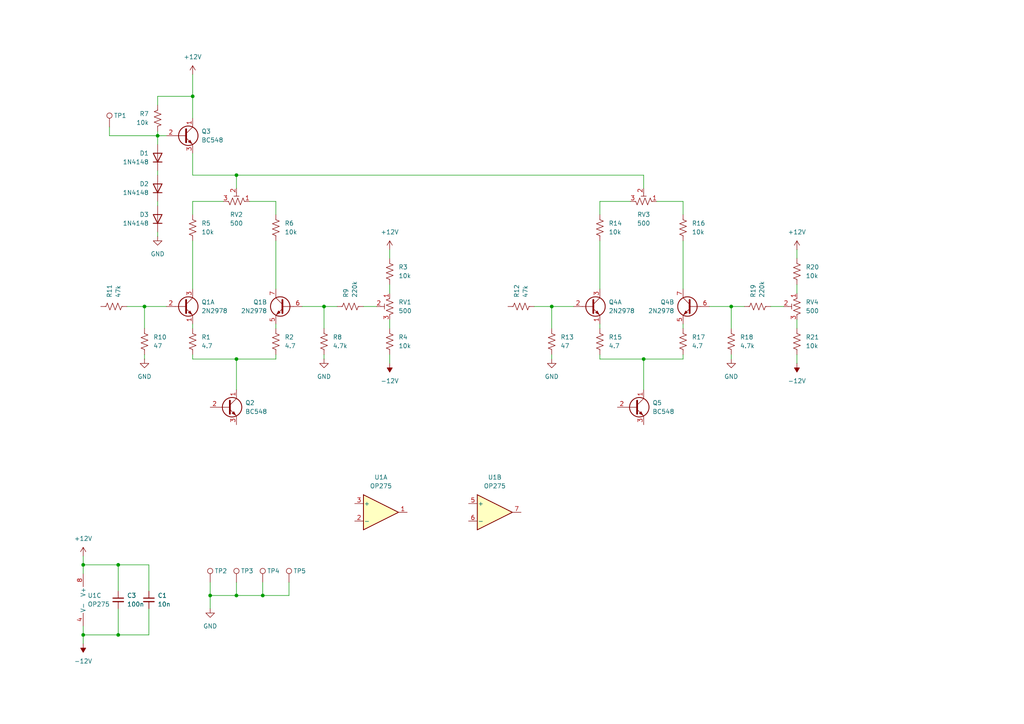
<source format=kicad_sch>
(kicad_sch (version 20250114) (generator "eeschema") (generator_version "9.0")
  (paper "A4")
  (title_block (title "Voltage-Controlled Filter") (rev "1") (company "QuBi"))
  (lib_symbols
    (symbol "Amplifier_Operational:OP275" (pin_names (offset 0.127))
      (property "Reference" "U" (at 0 5.08 0))
      (property "Value" "OP275" (at 0 -5.08 0))
      (symbol "OP275_1_1"
        (polyline (pts (xy -5.08 5.08) (xy 5.08 0) (xy -5.08 -5.08) (xy -5.08 5.08)) (stroke (width 0.254)) (fill (type background)))
        (pin input line (at -7.62 2.54 0) (length 2.54) (name "+") (number "3"))
        (pin input line (at -7.62 -2.54 0) (length 2.54) (name "-") (number "2"))
        (pin output line (at 7.62 0 180) (length 2.54) (name "~") (number "1"))
      )
      (symbol "OP275_2_1"
        (polyline (pts (xy -5.08 5.08) (xy 5.08 0) (xy -5.08 -5.08) (xy -5.08 5.08)) (stroke (width 0.254)) (fill (type background)))
        (pin input line (at -7.62 2.54 0) (length 2.54) (name "+") (number "5"))
        (pin input line (at -7.62 -2.54 0) (length 2.54) (name "-") (number "6"))
        (pin output line (at 7.62 0 180) (length 2.54) (name "~") (number "7"))
      )
      (symbol "OP275_3_1"
        (pin power_in line (at -2.54 7.62 270) (length 3.81) (name "V+") (number "8"))
        (pin power_in line (at -2.54 -7.62 90) (length 3.81) (name "V-") (number "4"))
      )
    )
    (symbol "Connector:TestPoint" (pin_numbers (hide yes)) (pin_names (offset 0.762) (hide yes))
      (property "Reference" "TP" (at 0 6.858 0))
      (property "Value" "TestPoint" (at 0 5.08 0))
      (symbol "TestPoint_0_1"
        (circle (center 0 3.302) (radius 0.762))
      )
      (symbol "TestPoint_1_1"
        (pin passive line (at 0 0 90) (length 2.54) (name "1") (number "1"))
      )
    )
    (symbol "Device:C_Small" (pin_numbers (hide yes)) (pin_names (offset 0.254) (hide yes))
      (property "Reference" "C" (at 0.254 1.778 0))
      (property "Value" "C_Small" (at 0.254 -2.032 0))
      (symbol "C_Small_0_1"
        (polyline (pts (xy -1.524 0.508) (xy 1.524 0.508)) (stroke (width 0.3048)))
        (polyline (pts (xy -1.524 -0.508) (xy 1.524 -0.508)) (stroke (width 0.3302)))
      )
      (symbol "C_Small_1_1"
        (pin passive line (at 0 2.54 270) (length 2.032) (name "~") (number "1"))
        (pin passive line (at 0 -2.54 90) (length 2.032) (name "~") (number "2"))
      )
    )
    (symbol "Device:R_Potentiometer_Trim_US" (pin_names (offset 1.016) (hide yes))
      (property "Reference" "RV" (at -4.445 0 90))
      (property "Value" "R_Potentiometer_Trim_US" (at -2.54 0 90))
      (symbol "R_Potentiometer_Trim_US_0_1"
        (polyline (pts (xy 0 2.286) (xy 0 2.54)))
        (polyline (pts (xy 0 2.286) (xy 1.016 1.905) (xy 0 1.524) (xy -1.016 1.143) (xy 0 0.762)))
        (polyline (pts (xy 0 0.762) (xy 1.016 0.381) (xy 0 0) (xy -1.016 -0.381) (xy 0 -0.762)))
        (polyline (pts (xy 0 -0.762) (xy 1.016 -1.143) (xy 0 -1.524) (xy -1.016 -1.905) (xy 0 -2.286)))
        (polyline (pts (xy 0 -2.286) (xy 0 -2.54)))
        (polyline (pts (xy 1.524 0.762) (xy 1.524 -0.762)))
        (polyline (pts (xy 2.54 0) (xy 1.524 0)))
      )
      (symbol "R_Potentiometer_Trim_US_1_1"
        (pin passive line (at 0 3.81 270) (length 1.27) (name "1") (number "1"))
        (pin passive line (at 0 -3.81 90) (length 1.27) (name "3") (number "3"))
        (pin passive line (at 3.81 0 180) (length 1.27) (name "2") (number "2"))
      )
    )
    (symbol "Device:R_US" (pin_numbers (hide yes)) (pin_names (offset 0))
      (property "Reference" "R" (at 2.54 0 90))
      (property "Value" "R_US" (at -2.54 0 90))
      (symbol "R_US_0_1"
        (polyline (pts (xy 0 2.286) (xy 0 2.54)))
        (polyline (pts (xy 0 2.286) (xy 1.016 1.905) (xy 0 1.524) (xy -1.016 1.143) (xy 0 0.762)))
        (polyline (pts (xy 0 0.762) (xy 1.016 0.381) (xy 0 0) (xy -1.016 -0.381) (xy 0 -0.762)))
        (polyline (pts (xy 0 -0.762) (xy 1.016 -1.143) (xy 0 -1.524) (xy -1.016 -1.905) (xy 0 -2.286)))
        (polyline (pts (xy 0 -2.286) (xy 0 -2.54)))
      )
      (symbol "R_US_1_1"
        (pin passive line (at 0 3.81 270) (length 1.27) (name "~") (number "1"))
        (pin passive line (at 0 -3.81 90) (length 1.27) (name "~") (number "2"))
      )
    )
    (symbol "Diode:1N4148" (pin_numbers (hide yes)) (pin_names (hide yes))
      (property "Reference" "D" (at 0 2.54 0))
      (property "Value" "1N4148" (at 0 -2.54 0))
      (symbol "1N4148_0_1"
        (polyline (pts (xy -1.27 1.27) (xy -1.27 -1.27)) (stroke (width 0.254)))
        (polyline (pts (xy 1.27 1.27) (xy 1.27 -1.27) (xy -1.27 0) (xy 1.27 1.27)) (stroke (width 0.254)))
        (polyline (pts (xy 1.27 0) (xy -1.27 0)))
      )
      (symbol "1N4148_1_1"
        (pin passive line (at -3.81 0 0) (length 2.54) (name "K") (number "1"))
        (pin passive line (at 3.81 0 180) (length 2.54) (name "A") (number "2"))
      )
    )
    (symbol "ProjectLib_Transient:2N2978" (pin_names (offset 0) (hide yes))
      (property "Reference" "Q" (at 5.08 1.27 0))
      (property "Value" "2N2978" (at 5.08 -1.27 0))
      (symbol "2N2978_0_1"
        (polyline (pts (xy 0.635 1.905) (xy 0.635 -1.905)) (stroke (width 0.508)))
        (polyline (pts (xy 0.635 0.635) (xy 2.54 2.54)))
        (polyline (pts (xy 0.635 0) (xy -2.54 0)))
        (polyline (pts (xy 0.635 -0.635) (xy 2.54 -2.54)))
        (circle (center 1.27 0) (radius 2.8194) (stroke (width 0.254)))
        (polyline (pts (xy 1.27 -1.778) (xy 1.778 -1.27) (xy 2.286 -2.286) (xy 1.27 -1.778)) (fill (type outline)))
      )
      (symbol "2N2978_1_1"
        (pin input line (at -5.08 0 0) (length 2.54) (name "B1") (number "2"))
        (pin passive line (at 2.54 5.08 270) (length 2.54) (name "C1") (number "3"))
        (pin passive line (at 2.54 -5.08 90) (length 2.54) (name "E1") (number "1"))
      )
      (symbol "2N2978_2_1"
        (pin input line (at -5.08 0 0) (length 2.54) (name "B2") (number "6"))
        (pin passive line (at 2.54 5.08 270) (length 2.54) (name "C2") (number "7"))
        (pin passive line (at 2.54 -5.08 90) (length 2.54) (name "E2") (number "5"))
      )
    )
    (symbol "Transistor_BJT:BC548" (pin_names (offset 0) (hide yes))
      (property "Reference" "Q" (at 5.08 1.905 0))
      (property "Value" "BC548" (at 5.08 0 0))
      (symbol "BC548_0_1"
        (polyline (pts (xy -2.54 0) (xy 0.635 0)))
        (polyline (pts (xy 0.635 1.905) (xy 0.635 -1.905)) (stroke (width 0.508)))
        (circle (center 1.27 0) (radius 2.8194) (stroke (width 0.254)))
      )
      (symbol "BC548_1_1"
        (polyline (pts (xy 0.635 0.635) (xy 2.54 2.54)))
        (polyline (pts (xy 0.635 -0.635) (xy 2.54 -2.54)))
        (polyline (pts (xy 1.27 -1.778) (xy 1.778 -1.27) (xy 2.286 -2.286) (xy 1.27 -1.778)) (fill (type outline)))
        (pin input line (at -5.08 0 0) (length 2.54) (name "B") (number "2"))
        (pin passive line (at 2.54 5.08 270) (length 2.54) (name "C") (number "1"))
        (pin passive line (at 2.54 -5.08 90) (length 2.54) (name "E") (number "3"))
      )
    )
    (symbol "power:+12V" (power) (pin_numbers (hide yes)) (pin_names (offset 0) (hide yes))
      (property "Value" "+12V" (at 0 3.556 0))
      (symbol "+12V_0_1"
        (polyline (pts (xy -0.762 1.27) (xy 0 2.54)))
        (polyline (pts (xy 0 2.54) (xy 0.762 1.27)))
        (polyline (pts (xy 0 0) (xy 0 2.54)))
      )
      (symbol "+12V_1_1"
        (pin power_in line (at 0 0 90) (length 0) (name "~") (number "1"))
      )
    )
    (symbol "power:-12V" (power) (pin_numbers (hide yes)) (pin_names (offset 0) (hide yes))
      (property "Value" "-12V" (at 0 3.556 0))
      (symbol "-12V_0_0"
        (pin power_in line (at 0 0 90) (length 0) (name "~") (number "1"))
      )
      (symbol "-12V_0_1"
        (polyline (pts (xy 0 0) (xy 0 1.27) (xy 0.762 1.27) (xy 0 2.54) (xy -0.762 1.27) (xy 0 1.27)) (fill (type outline)))
      )
    )
    (symbol "power:GND" (power) (pin_numbers (hide yes)) (pin_names (offset 0) (hide yes))
      (property "Value" "GND" (at 0 -3.81 0))
      (symbol "GND_0_1"
        (polyline (pts (xy 0 0) (xy 0 -1.27) (xy 1.27 -1.27) (xy 0 -2.54) (xy -1.27 -1.27) (xy 0 -1.27)))
      )
      (symbol "GND_1_1"
        (pin power_in line (at 0 0 270) (length 0) (name "~") (number "1"))
      )
    )
  )
  (junction (at 60.96 172.72))
  (junction (at 93.98 88.9))
  (junction (at 76.2 172.72))
  (junction (at 24.13 163.83))
  (junction (at 212.09 88.9))
  (junction (at 55.88 27.94))
  (junction (at 34.29 163.83))
  (junction (at 24.13 184.15))
  (junction (at 41.91 88.9))
  (junction (at 45.72 39.37))
  (junction (at 186.69 104.14))
  (junction (at 68.58 172.72))
  (junction (at 68.58 50.8))
  (junction (at 160.02 88.9))
  (junction (at 68.58 104.14))
  (junction (at 34.29 184.15))
  (wire (pts (xy 24.13 163.83) (xy 24.13 166.37)))
  (wire (pts (xy 24.13 184.15) (xy 24.13 186.69)))
  (wire (pts (xy 76.2 172.72) (xy 83.82 172.72)))
  (wire (pts (xy 34.29 171.45) (xy 34.29 163.83)))
  (wire (pts (xy 72.39 58.42) (xy 80.01 58.42)))
  (wire (pts (xy 36.83 88.9) (xy 41.91 88.9)))
  (wire (pts (xy 198.12 58.42) (xy 198.12 62.23)))
  (wire (pts (xy 45.72 39.37) (xy 45.72 41.91)))
  (wire (pts (xy 43.18 176.53) (xy 43.18 184.15)))
  (wire (pts (xy 45.72 39.37) (xy 45.72 38.1)))
  (wire (pts (xy 231.14 102.87) (xy 231.14 105.41)))
  (wire (pts (xy 113.03 82.55) (xy 113.03 85.09)))
  (wire (pts (xy 186.69 104.14) (xy 198.12 104.14)))
  (wire (pts (xy 45.72 49.53) (xy 45.72 50.8)))
  (wire (pts (xy 160.02 88.9) (xy 166.37 88.9)))
  (wire (pts (xy 205.74 88.9) (xy 212.09 88.9)))
  (wire (pts (xy 190.5 58.42) (xy 198.12 58.42)))
  (wire (pts (xy 186.69 50.8) (xy 186.69 54.61)))
  (wire (pts (xy 68.58 104.14) (xy 80.01 104.14)))
  (wire (pts (xy 24.13 184.15) (xy 34.29 184.15)))
  (wire (pts (xy 55.88 50.8) (xy 68.58 50.8)))
  (wire (pts (xy 212.09 88.9) (xy 212.09 95.25)))
  (wire (pts (xy 48.26 39.37) (xy 45.72 39.37)))
  (wire (pts (xy 43.18 184.15) (xy 34.29 184.15)))
  (wire (pts (xy 198.12 102.87) (xy 198.12 104.14)))
  (wire (pts (xy 41.91 88.9) (xy 48.26 88.9)))
  (wire (pts (xy 55.88 34.29) (xy 55.88 27.94)))
  (wire (pts (xy 34.29 176.53) (xy 34.29 184.15)))
  (wire (pts (xy 76.2 168.91) (xy 76.2 172.72)))
  (wire (pts (xy 34.29 163.83) (xy 43.18 163.83)))
  (wire (pts (xy 198.12 93.98) (xy 198.12 95.25)))
  (wire (pts (xy 231.14 72.39) (xy 231.14 74.93)))
  (wire (pts (xy 212.09 88.9) (xy 215.9 88.9)))
  (wire (pts (xy 212.09 102.87) (xy 212.09 104.14)))
  (wire (pts (xy 173.99 58.42) (xy 182.88 58.42)))
  (wire (pts (xy 60.96 168.91) (xy 60.96 172.72)))
  (wire (pts (xy 198.12 69.85) (xy 198.12 83.82)))
  (wire (pts (xy 24.13 163.83) (xy 34.29 163.83)))
  (wire (pts (xy 60.96 172.72) (xy 68.58 172.72)))
  (wire (pts (xy 80.01 93.98) (xy 80.01 95.25)))
  (wire (pts (xy 68.58 50.8) (xy 68.58 54.61)))
  (wire (pts (xy 231.14 92.71) (xy 231.14 95.25)))
  (wire (pts (xy 68.58 50.8) (xy 186.69 50.8)))
  (wire (pts (xy 41.91 88.9) (xy 41.91 95.25)))
  (wire (pts (xy 68.58 172.72) (xy 68.58 168.91)))
  (wire (pts (xy 173.99 102.87) (xy 173.99 104.14)))
  (wire (pts (xy 43.18 171.45) (xy 43.18 163.83)))
  (wire (pts (xy 24.13 181.61) (xy 24.13 184.15)))
  (wire (pts (xy 55.88 58.42) (xy 64.77 58.42)))
  (wire (pts (xy 113.03 92.71) (xy 113.03 95.25)))
  (wire (pts (xy 24.13 161.29) (xy 24.13 163.83)))
  (wire (pts (xy 55.88 21.59) (xy 55.88 27.94)))
  (wire (pts (xy 80.01 58.42) (xy 80.01 62.23)))
  (wire (pts (xy 45.72 27.94) (xy 55.88 27.94)))
  (wire (pts (xy 55.88 93.98) (xy 55.88 95.25)))
  (wire (pts (xy 55.88 104.14) (xy 68.58 104.14)))
  (wire (pts (xy 93.98 88.9) (xy 97.79 88.9)))
  (wire (pts (xy 80.01 69.85) (xy 80.01 83.82)))
  (wire (pts (xy 55.88 69.85) (xy 55.88 83.82)))
  (wire (pts (xy 173.99 93.98) (xy 173.99 95.25)))
  (wire (pts (xy 93.98 102.87) (xy 93.98 104.14)))
  (wire (pts (xy 231.14 82.55) (xy 231.14 85.09)))
  (wire (pts (xy 113.03 102.87) (xy 113.03 105.41)))
  (wire (pts (xy 87.63 88.9) (xy 93.98 88.9)))
  (wire (pts (xy 55.88 44.45) (xy 55.88 50.8)))
  (wire (pts (xy 68.58 172.72) (xy 76.2 172.72)))
  (wire (pts (xy 186.69 104.14) (xy 186.69 113.03)))
  (wire (pts (xy 55.88 62.23) (xy 55.88 58.42)))
  (wire (pts (xy 80.01 102.87) (xy 80.01 104.14)))
  (wire (pts (xy 113.03 72.39) (xy 113.03 74.93)))
  (wire (pts (xy 45.72 30.48) (xy 45.72 27.94)))
  (wire (pts (xy 45.72 67.31) (xy 45.72 68.58)))
  (wire (pts (xy 93.98 88.9) (xy 93.98 95.25)))
  (wire (pts (xy 41.91 102.87) (xy 41.91 104.14)))
  (wire (pts (xy 45.72 58.42) (xy 45.72 59.69)))
  (wire (pts (xy 31.75 39.37) (xy 45.72 39.37)))
  (wire (pts (xy 31.75 36.83) (xy 31.75 39.37)))
  (wire (pts (xy 68.58 104.14) (xy 68.58 113.03)))
  (wire (pts (xy 223.52 88.9) (xy 227.33 88.9)))
  (wire (pts (xy 105.41 88.9) (xy 109.22 88.9)))
  (wire (pts (xy 173.99 104.14) (xy 186.69 104.14)))
  (wire (pts (xy 154.94 88.9) (xy 160.02 88.9)))
  (wire (pts (xy 160.02 88.9) (xy 160.02 95.25)))
  (wire (pts (xy 173.99 62.23) (xy 173.99 58.42)))
  (wire (pts (xy 83.82 168.91) (xy 83.82 172.72)))
  (wire (pts (xy 173.99 69.85) (xy 173.99 83.82)))
  (wire (pts (xy 160.02 102.87) (xy 160.02 104.14)))
  (wire (pts (xy 55.88 102.87) (xy 55.88 104.14)))
  (wire (pts (xy 60.96 172.72) (xy 60.96 176.53)))
  (symbol (lib_id "Device:R_US") (at 198.12 99.06 0) (unit 1)
    (property "Reference" "R17" (at 200.66 97.7899 0) (effects (justify left)))
    (property "Value" "4.7" (at 200.66 100.3299 0) (effects (justify left)))
    (property "Footprint" "Resistor_THT:R_Axial_DIN0207_L6.3mm_D2.5mm_P10.16mm_Horizontal" (effects (hide yes)))
    (property "Description" "Resistor, US symbol" (effects (hide yes)))
  )
  (symbol (lib_id "ProjectLib_Transient:2N2978") (at 200.66 88.9 0) (mirror y) (unit 2)
    (property "Reference" "Q4" (at 195.58 87.6299 0) (effects (justify left)))
    (property "Value" "2N2978" (at 195.58 90.1699 0) (effects (justify left)))
    (property "Footprint" "ProjectLib_Transient:TO-5-6" (effects (hide yes)))
    (property "Description" "Dual NPN transistor, 6 pin package" (effects (hide yes)))
  )
  (symbol (lib_id "Diode:1N4148") (at 45.72 54.61 270) (mirror x) (unit 1)
    (property "Reference" "D2" (at 43.18 53.3399 90) (effects (justify right)))
    (property "Value" "1N4148" (at 43.18 55.8799 90) (effects (justify right)))
    (property "Footprint" "Diode_THT:D_DO-35_SOD27_P7.62mm_Horizontal" (effects (hide yes)))
    (property "Datasheet" "https://assets.nexperia.com/documents/data-sheet/1N4148_1N4448.pdf" (effects (hide yes)))
    (property "Description" "100V 0.15A standard switching diode, DO-35" (effects (hide yes)))
    (property "Sim.Device" "D" (effects (hide yes)))
    (property "Sim.Pins" "1=K 2=A" (effects (hide yes)))
  )
  (symbol (lib_id "power:GND") (at 41.91 104.14 0) (unit 1)
    (property "Reference" "#PWR06" (effects (hide yes)))
    (property "Value" "GND" (at 41.91 109.22 0))
    (property "Description" "Power symbol creates a global label with name \"GND\" , ground" (effects (hide yes)))
  )
  (symbol (lib_id "power:GND") (at 60.96 176.53 0) (unit 1)
    (property "Reference" "#PWR09" (effects (hide yes)))
    (property "Value" "GND" (at 60.96 181.61 0))
    (property "Description" "Power symbol creates a global label with name \"GND\" , ground" (effects (hide yes)))
  )
  (symbol (lib_id "Device:R_US") (at 55.88 66.04 0) (unit 1)
    (property "Reference" "R5" (at 58.42 64.7699 0) (effects (justify left)))
    (property "Value" "10k" (at 58.42 67.3099 0) (effects (justify left)))
    (property "Footprint" "Resistor_THT:R_Axial_DIN0207_L6.3mm_D2.5mm_P10.16mm_Horizontal" (effects (hide yes)))
    (property "Description" "Resistor, US symbol" (effects (hide yes)))
  )
  (symbol (lib_id "power:GND") (at 93.98 104.14 0) (unit 1)
    (property "Reference" "#PWR02" (effects (hide yes)))
    (property "Value" "GND" (at 93.98 109.22 0))
    (property "Description" "Power symbol creates a global label with name \"GND\" , ground" (effects (hide yes)))
  )
  (symbol (lib_id "Connector:TestPoint") (at 31.75 36.83 0) (unit 1)
    (property "Reference" "TP1" (at 33.02 33.528 0) (effects (justify left)))
    (property "Value" "TestPoint" (effects (hide yes)))
    (property "Footprint" "TestPoint:TestPoint_Pad_D2.0mm" (effects (hide yes)))
    (property "Description" "test point" (effects (hide yes)))
  )
  (symbol (lib_id "power:-12V") (at 231.14 105.41 180) (unit 1)
    (property "Reference" "#PWR014" (effects (hide yes)))
    (property "Value" "-12V" (at 231.14 110.49 0))
    (property "Description" "Power symbol creates a global label with name \"-12V\"" (effects (hide yes)))
  )
  (symbol (lib_id "Device:R_US") (at 212.09 99.06 0) (unit 1)
    (property "Reference" "R18" (at 214.63 97.7899 0) (effects (justify left)))
    (property "Value" "4.7k" (at 214.63 100.3299 0) (effects (justify left)))
    (property "Footprint" "Resistor_THT:R_Axial_DIN0207_L6.3mm_D2.5mm_P10.16mm_Horizontal" (effects (hide yes)))
    (property "Description" "Resistor, US symbol" (effects (hide yes)))
  )
  (symbol (lib_id "Device:R_US") (at 80.01 66.04 0) (unit 1)
    (property "Reference" "R6" (at 82.55 64.7699 0) (effects (justify left)))
    (property "Value" "10k" (at 82.55 67.3099 0) (effects (justify left)))
    (property "Footprint" "Resistor_THT:R_Axial_DIN0207_L6.3mm_D2.5mm_P10.16mm_Horizontal" (effects (hide yes)))
    (property "Description" "Resistor, US symbol" (effects (hide yes)))
  )
  (symbol (lib_id "Connector:TestPoint") (at 76.2 168.91 0) (unit 1)
    (property "Reference" "TP4" (at 77.47 165.608 0) (effects (justify left)))
    (property "Value" "TestPoint" (effects (hide yes)))
    (property "Footprint" "TestPoint:TestPoint_Pad_D2.0mm" (effects (hide yes)))
    (property "Description" "test point" (effects (hide yes)))
  )
  (symbol (lib_id "Device:R_Potentiometer_Trim_US") (at 231.14 88.9 0) (mirror y) (unit 1)
    (property "Reference" "RV4" (at 233.68 87.6299 0) (effects (justify right)))
    (property "Value" "500" (at 233.68 90.1699 0) (effects (justify right)))
    (property "Footprint" "Potentiometer_THT:Potentiometer_Bourns_3296W_Vertical" (effects (hide yes)))
    (property "Description" "Trim-potentiometer, US symbol" (effects (hide yes)))
  )
  (symbol (lib_id "Transistor_BJT:BC548") (at 184.15 118.11 0) (unit 1)
    (property "Reference" "Q5" (at 189.23 116.8399 0) (effects (justify left)))
    (property "Value" "BC548" (at 189.23 119.3799 0) (effects (justify left)))
    (property "Footprint" "Package_TO_SOT_THT:TO-92_Inline" (effects (hide yes)))
    (property "Datasheet" "https://www.onsemi.com/pub/Collateral/BC550-D.pdf" (effects (hide yes)))
    (property "Description" "0.1A Ic, 30V Vce, Small Signal NPN Transistor, TO-92" (effects (hide yes)))
  )
  (symbol (lib_id "power:-12V") (at 113.03 105.41 180) (unit 1)
    (property "Reference" "#PWR05" (effects (hide yes)))
    (property "Value" "-12V" (at 113.03 110.49 0))
    (property "Description" "Power symbol creates a global label with name \"-12V\"" (effects (hide yes)))
  )
  (symbol (lib_id "power:+12V") (at 55.88 21.59 0) (unit 1)
    (property "Reference" "#PWR03" (effects (hide yes)))
    (property "Value" "+12V" (at 55.88 16.51 0))
    (property "Description" "Power symbol creates a global label with name \"+12V\"" (effects (hide yes)))
  )
  (symbol (lib_id "ProjectLib_Transient:2N2978") (at 171.45 88.9 0) (unit 1)
    (property "Reference" "Q4" (at 176.53 87.6299 0) (effects (justify left)))
    (property "Value" "2N2978" (at 176.53 90.1699 0) (effects (justify left)))
    (property "Footprint" "ProjectLib_Transient:TO-5-6" (effects (hide yes)))
    (property "Description" "Dual NPN transistor, 6 pin package" (effects (hide yes)))
  )
  (symbol (lib_id "Device:R_US") (at 173.99 66.04 0) (unit 1)
    (property "Reference" "R14" (at 176.53 64.7699 0) (effects (justify left)))
    (property "Value" "10k" (at 176.53 67.3099 0) (effects (justify left)))
    (property "Footprint" "Resistor_THT:R_Axial_DIN0207_L6.3mm_D2.5mm_P10.16mm_Horizontal" (effects (hide yes)))
    (property "Description" "Resistor, US symbol" (effects (hide yes)))
  )
  (symbol (lib_id "Device:R_US") (at 231.14 78.74 0) (unit 1)
    (property "Reference" "R20" (at 233.68 77.4699 0) (effects (justify left)))
    (property "Value" "10k" (at 233.68 80.0099 0) (effects (justify left)))
    (property "Footprint" "Resistor_THT:R_Axial_DIN0207_L6.3mm_D2.5mm_P10.16mm_Horizontal" (effects (hide yes)))
    (property "Description" "Resistor, US symbol" (effects (hide yes)))
  )
  (symbol (lib_id "Device:R_Potentiometer_Trim_US") (at 68.58 58.42 270) (mirror x) (unit 1)
    (property "Reference" "RV2" (at 68.58 62.23 90))
    (property "Value" "500" (at 68.58 64.77 90))
    (property "Footprint" "Potentiometer_THT:Potentiometer_Bourns_3296W_Vertical" (effects (hide yes)))
    (property "Description" "Trim-potentiometer, US symbol" (effects (hide yes)))
  )
  (symbol (lib_id "Device:R_Potentiometer_Trim_US") (at 186.69 58.42 270) (mirror x) (unit 1)
    (property "Reference" "RV3" (at 186.69 62.23 90))
    (property "Value" "500" (at 186.69 64.77 90))
    (property "Footprint" "Potentiometer_THT:Potentiometer_Bourns_3296W_Vertical" (effects (hide yes)))
    (property "Description" "Trim-potentiometer, US symbol" (effects (hide yes)))
  )
  (symbol (lib_id "Device:R_US") (at 33.02 88.9 90) (unit 1)
    (property "Reference" "R11" (at 31.7499 86.36 0) (effects (justify left)))
    (property "Value" "47k" (at 34.2899 86.36 0) (effects (justify left)))
    (property "Footprint" "Resistor_THT:R_Axial_DIN0207_L6.3mm_D2.5mm_P10.16mm_Horizontal" (effects (hide yes)))
    (property "Description" "Resistor, US symbol" (effects (hide yes)))
  )
  (symbol (lib_id "Amplifier_Operational:OP275") (at 26.67 173.99 0) (unit 3)
    (property "Reference" "U1" (at 25.4 172.7199 0) (effects (justify left)))
    (property "Value" "OP275" (at 25.4 175.2599 0) (effects (justify left)))
    (property "Footprint" "Package_DIP:DIP-8_W7.62mm_Socket_LongPads" (effects (hide yes)))
    (property "Datasheet" "https://www.analog.com/media/en/technical-documentation/data-sheets/OP275.pdf" (effects (hide yes)))
    (property "Description" "Dual Bipolar/JFET, Audio Operational Amplifier, DIP-8/SOIC-8" (effects (hide yes)))
  )
  (symbol (lib_id "Amplifier_Operational:OP275") (at 110.49 148.59 0) (unit 1)
    (property "Reference" "U1" (at 110.49 138.43 0))
    (property "Value" "OP275" (at 110.49 140.97 0))
    (property "Footprint" "Package_DIP:DIP-8_W7.62mm_Socket_LongPads" (effects (hide yes)))
    (property "Datasheet" "https://www.analog.com/media/en/technical-documentation/data-sheets/OP275.pdf" (effects (hide yes)))
    (property "Description" "Dual Bipolar/JFET, Audio Operational Amplifier, DIP-8/SOIC-8" (effects (hide yes)))
  )
  (symbol (lib_id "Amplifier_Operational:OP275") (at 143.51 148.59 0) (unit 2)
    (property "Reference" "U1" (at 143.51 138.43 0))
    (property "Value" "OP275" (at 143.51 140.97 0))
    (property "Footprint" "Package_DIP:DIP-8_W7.62mm_Socket_LongPads" (effects (hide yes)))
    (property "Datasheet" "https://www.analog.com/media/en/technical-documentation/data-sheets/OP275.pdf" (effects (hide yes)))
    (property "Description" "Dual Bipolar/JFET, Audio Operational Amplifier, DIP-8/SOIC-8" (effects (hide yes)))
  )
  (symbol (lib_id "Device:R_US") (at 173.99 99.06 0) (unit 1)
    (property "Reference" "R15" (at 176.53 97.7899 0) (effects (justify left)))
    (property "Value" "4.7" (at 176.53 100.3299 0) (effects (justify left)))
    (property "Footprint" "Resistor_THT:R_Axial_DIN0207_L6.3mm_D2.5mm_P10.16mm_Horizontal" (effects (hide yes)))
    (property "Description" "Resistor, US symbol" (effects (hide yes)))
  )
  (symbol (lib_id "Device:C_Small") (at 43.18 173.99 0) (unit 1)
    (property "Reference" "C1" (at 45.72 172.7262 0) (effects (justify left)))
    (property "Value" "10n" (at 45.72 175.2662 0) (effects (justify left)))
    (property "Footprint" "Capacitor_THT:C_Rect_L7.0mm_W2.0mm_P5.00mm" (effects (hide yes)))
    (property "Description" "Unpolarized capacitor, small symbol" (effects (hide yes)))
  )
  (symbol (lib_id "Device:R_US") (at 45.72 34.29 0) (mirror y) (unit 1)
    (property "Reference" "R7" (at 43.18 33.0199 0) (effects (justify left)))
    (property "Value" "10k" (at 43.18 35.5599 0) (effects (justify left)))
    (property "Footprint" "Resistor_THT:R_Axial_DIN0207_L6.3mm_D2.5mm_P10.16mm_Horizontal" (effects (hide yes)))
    (property "Description" "Resistor, US symbol" (effects (hide yes)))
  )
  (symbol (lib_id "power:-12V") (at 24.13 186.69 180) (unit 1)
    (property "Reference" "#PWR08" (effects (hide yes)))
    (property "Value" "-12V" (at 24.13 191.77 0))
    (property "Description" "Power symbol creates a global label with name \"-12V\"" (effects (hide yes)))
  )
  (symbol (lib_id "power:GND") (at 212.09 104.14 0) (unit 1)
    (property "Reference" "#PWR012" (effects (hide yes)))
    (property "Value" "GND" (at 212.09 109.22 0))
    (property "Description" "Power symbol creates a global label with name \"GND\" , ground" (effects (hide yes)))
  )
  (symbol (lib_id "Device:R_US") (at 113.03 78.74 0) (unit 1)
    (property "Reference" "R3" (at 115.57 77.4699 0) (effects (justify left)))
    (property "Value" "10k" (at 115.57 80.0099 0) (effects (justify left)))
    (property "Footprint" "Resistor_THT:R_Axial_DIN0207_L6.3mm_D2.5mm_P10.16mm_Horizontal" (effects (hide yes)))
    (property "Description" "Resistor, US symbol" (effects (hide yes)))
  )
  (symbol (lib_id "Device:R_US") (at 101.6 88.9 90) (unit 1)
    (property "Reference" "R9" (at 100.3299 86.36 0) (effects (justify left)))
    (property "Value" "220k" (at 102.8699 86.36 0) (effects (justify left)))
    (property "Footprint" "Resistor_THT:R_Axial_DIN0207_L6.3mm_D2.5mm_P10.16mm_Horizontal" (effects (hide yes)))
    (property "Description" "Resistor, US symbol" (effects (hide yes)))
  )
  (symbol (lib_id "Diode:1N4148") (at 45.72 45.72 270) (mirror x) (unit 1)
    (property "Reference" "D1" (at 43.18 44.4499 90) (effects (justify right)))
    (property "Value" "1N4148" (at 43.18 46.9899 90) (effects (justify right)))
    (property "Footprint" "Diode_THT:D_DO-35_SOD27_P7.62mm_Horizontal" (effects (hide yes)))
    (property "Datasheet" "https://assets.nexperia.com/documents/data-sheet/1N4148_1N4448.pdf" (effects (hide yes)))
    (property "Description" "100V 0.15A standard switching diode, DO-35" (effects (hide yes)))
    (property "Sim.Device" "D" (effects (hide yes)))
    (property "Sim.Pins" "1=K 2=A" (effects (hide yes)))
  )
  (symbol (lib_id "ProjectLib_Transient:2N2978") (at 82.55 88.9 0) (mirror y) (unit 2)
    (property "Reference" "Q1" (at 77.47 87.6299 0) (effects (justify left)))
    (property "Value" "2N2978" (at 77.47 90.1699 0) (effects (justify left)))
    (property "Footprint" "ProjectLib_Transient:TO-5-6" (effects (hide yes)))
    (property "Description" "Dual NPN transistor, 6 pin package" (effects (hide yes)))
  )
  (symbol (lib_id "Device:R_US") (at 160.02 99.06 0) (unit 1)
    (property "Reference" "R13" (at 162.56 97.7899 0) (effects (justify left)))
    (property "Value" "47" (at 162.56 100.3299 0) (effects (justify left)))
    (property "Footprint" "Resistor_THT:R_Axial_DIN0207_L6.3mm_D2.5mm_P10.16mm_Horizontal" (effects (hide yes)))
    (property "Description" "Resistor, US symbol" (effects (hide yes)))
  )
  (symbol (lib_id "power:+12V") (at 231.14 72.39 0) (unit 1)
    (property "Reference" "#PWR013" (effects (hide yes)))
    (property "Value" "+12V" (at 231.14 67.31 0))
    (property "Description" "Power symbol creates a global label with name \"+12V\"" (effects (hide yes)))
  )
  (symbol (lib_id "power:+12V") (at 113.03 72.39 0) (unit 1)
    (property "Reference" "#PWR04" (effects (hide yes)))
    (property "Value" "+12V" (at 113.03 67.31 0))
    (property "Description" "Power symbol creates a global label with name \"+12V\"" (effects (hide yes)))
  )
  (symbol (lib_id "Connector:TestPoint") (at 83.82 168.91 0) (unit 1)
    (property "Reference" "TP5" (at 85.09 165.608 0) (effects (justify left)))
    (property "Value" "TestPoint" (effects (hide yes)))
    (property "Footprint" "TestPoint:TestPoint_Pad_D2.0mm" (effects (hide yes)))
    (property "Description" "test point" (effects (hide yes)))
  )
  (symbol (lib_id "Diode:1N4148") (at 45.72 63.5 270) (mirror x) (unit 1)
    (property "Reference" "D3" (at 43.18 62.2299 90) (effects (justify right)))
    (property "Value" "1N4148" (at 43.18 64.7699 90) (effects (justify right)))
    (property "Footprint" "Diode_THT:D_DO-35_SOD27_P7.62mm_Horizontal" (effects (hide yes)))
    (property "Datasheet" "https://assets.nexperia.com/documents/data-sheet/1N4148_1N4448.pdf" (effects (hide yes)))
    (property "Description" "100V 0.15A standard switching diode, DO-35" (effects (hide yes)))
    (property "Sim.Device" "D" (effects (hide yes)))
    (property "Sim.Pins" "1=K 2=A" (effects (hide yes)))
  )
  (symbol (lib_id "Connector:TestPoint") (at 60.96 168.91 0) (unit 1)
    (property "Reference" "TP2" (at 62.23 165.608 0) (effects (justify left)))
    (property "Value" "TestPoint" (effects (hide yes)))
    (property "Footprint" "TestPoint:TestPoint_Pad_D2.0mm" (effects (hide yes)))
    (property "Description" "test point" (effects (hide yes)))
  )
  (symbol (lib_id "Device:R_US") (at 55.88 99.06 0) (unit 1)
    (property "Reference" "R1" (at 58.42 97.7899 0) (effects (justify left)))
    (property "Value" "4.7" (at 58.42 100.3299 0) (effects (justify left)))
    (property "Footprint" "Resistor_THT:R_Axial_DIN0207_L6.3mm_D2.5mm_P10.16mm_Horizontal" (effects (hide yes)))
    (property "Description" "Resistor, US symbol" (effects (hide yes)))
  )
  (symbol (lib_id "Device:R_US") (at 198.12 66.04 0) (unit 1)
    (property "Reference" "R16" (at 200.66 64.7699 0) (effects (justify left)))
    (property "Value" "10k" (at 200.66 67.3099 0) (effects (justify left)))
    (property "Footprint" "Resistor_THT:R_Axial_DIN0207_L6.3mm_D2.5mm_P10.16mm_Horizontal" (effects (hide yes)))
    (property "Description" "Resistor, US symbol" (effects (hide yes)))
  )
  (symbol (lib_id "Transistor_BJT:BC548") (at 66.04 118.11 0) (unit 1)
    (property "Reference" "Q2" (at 71.12 116.8399 0) (effects (justify left)))
    (property "Value" "BC548" (at 71.12 119.3799 0) (effects (justify left)))
    (property "Footprint" "Package_TO_SOT_THT:TO-92_Inline" (effects (hide yes)))
    (property "Datasheet" "https://www.onsemi.com/pub/Collateral/BC550-D.pdf" (effects (hide yes)))
    (property "Description" "0.1A Ic, 30V Vce, Small Signal NPN Transistor, TO-92" (effects (hide yes)))
  )
  (symbol (lib_id "Device:R_US") (at 93.98 99.06 0) (unit 1)
    (property "Reference" "R8" (at 96.52 97.7899 0) (effects (justify left)))
    (property "Value" "4.7k" (at 96.52 100.3299 0) (effects (justify left)))
    (property "Footprint" "Resistor_THT:R_Axial_DIN0207_L6.3mm_D2.5mm_P10.16mm_Horizontal" (effects (hide yes)))
    (property "Description" "Resistor, US symbol" (effects (hide yes)))
  )
  (symbol (lib_id "Device:C_Small") (at 34.29 173.99 0) (unit 1)
    (property "Reference" "C3" (at 36.83 172.7262 0) (effects (justify left)))
    (property "Value" "100n" (at 36.83 175.2662 0) (effects (justify left)))
    (property "Footprint" "Capacitor_THT:C_Rect_L7.0mm_W2.0mm_P5.00mm" (effects (hide yes)))
    (property "Description" "Unpolarized capacitor, small symbol" (effects (hide yes)))
  )
  (symbol (lib_id "Device:R_US") (at 231.14 99.06 0) (unit 1)
    (property "Reference" "R21" (at 233.68 97.7899 0) (effects (justify left)))
    (property "Value" "10k" (at 233.68 100.3299 0) (effects (justify left)))
    (property "Footprint" "Resistor_THT:R_Axial_DIN0207_L6.3mm_D2.5mm_P10.16mm_Horizontal" (effects (hide yes)))
    (property "Description" "Resistor, US symbol" (effects (hide yes)))
  )
  (symbol (lib_id "Connector:TestPoint") (at 68.58 168.91 0) (unit 1)
    (property "Reference" "TP3" (at 69.85 165.608 0) (effects (justify left)))
    (property "Value" "TestPoint" (effects (hide yes)))
    (property "Footprint" "TestPoint:TestPoint_Pad_D2.0mm" (effects (hide yes)))
    (property "Description" "test point" (effects (hide yes)))
  )
  (symbol (lib_id "Device:R_Potentiometer_Trim_US") (at 113.03 88.9 0) (mirror y) (unit 1)
    (property "Reference" "RV1" (at 115.57 87.6299 0) (effects (justify right)))
    (property "Value" "500" (at 115.57 90.1699 0) (effects (justify right)))
    (property "Footprint" "Potentiometer_THT:Potentiometer_Bourns_3296W_Vertical" (effects (hide yes)))
    (property "Description" "Trim-potentiometer, US symbol" (effects (hide yes)))
  )
  (symbol (lib_id "Device:R_US") (at 113.03 99.06 0) (unit 1)
    (property "Reference" "R4" (at 115.57 97.7899 0) (effects (justify left)))
    (property "Value" "10k" (at 115.57 100.3299 0) (effects (justify left)))
    (property "Footprint" "Resistor_THT:R_Axial_DIN0207_L6.3mm_D2.5mm_P10.16mm_Horizontal" (effects (hide yes)))
    (property "Description" "Resistor, US symbol" (effects (hide yes)))
  )
  (symbol (lib_id "power:GND") (at 45.72 68.58 0) (unit 1)
    (property "Reference" "#PWR01" (effects (hide yes)))
    (property "Value" "GND" (at 45.72 73.66 0))
    (property "Description" "Power symbol creates a global label with name \"GND\" , ground" (effects (hide yes)))
  )
  (symbol (lib_id "power:GND") (at 160.02 104.14 0) (unit 1)
    (property "Reference" "#PWR010" (effects (hide yes)))
    (property "Value" "GND" (at 160.02 109.22 0))
    (property "Description" "Power symbol creates a global label with name \"GND\" , ground" (effects (hide yes)))
  )
  (symbol (lib_id "ProjectLib_Transient:2N2978") (at 53.34 88.9 0) (unit 1)
    (property "Reference" "Q1" (at 58.42 87.6299 0) (effects (justify left)))
    (property "Value" "2N2978" (at 58.42 90.1699 0) (effects (justify left)))
    (property "Footprint" "ProjectLib_Transient:TO-5-6" (effects (hide yes)))
    (property "Description" "Dual NPN transistor, 6 pin package" (effects (hide yes)))
  )
  (symbol (lib_id "Device:R_US") (at 41.91 99.06 0) (unit 1)
    (property "Reference" "R10" (at 44.45 97.7899 0) (effects (justify left)))
    (property "Value" "47" (at 44.45 100.3299 0) (effects (justify left)))
    (property "Footprint" "Resistor_THT:R_Axial_DIN0207_L6.3mm_D2.5mm_P10.16mm_Horizontal" (effects (hide yes)))
    (property "Description" "Resistor, US symbol" (effects (hide yes)))
  )
  (symbol (lib_id "Device:R_US") (at 219.71 88.9 90) (unit 1)
    (property "Reference" "R19" (at 218.4399 86.36 0) (effects (justify left)))
    (property "Value" "220k" (at 220.9799 86.36 0) (effects (justify left)))
    (property "Footprint" "Resistor_THT:R_Axial_DIN0207_L6.3mm_D2.5mm_P10.16mm_Horizontal" (effects (hide yes)))
    (property "Description" "Resistor, US symbol" (effects (hide yes)))
  )
  (symbol (lib_id "Transistor_BJT:BC548") (at 53.34 39.37 0) (unit 1)
    (property "Reference" "Q3" (at 58.42 38.0999 0) (effects (justify left)))
    (property "Value" "BC548" (at 58.42 40.6399 0) (effects (justify left)))
    (property "Footprint" "Package_TO_SOT_THT:TO-92_Inline" (effects (hide yes)))
    (property "Datasheet" "https://www.onsemi.com/pub/Collateral/BC550-D.pdf" (effects (hide yes)))
    (property "Description" "0.1A Ic, 30V Vce, Small Signal NPN Transistor, TO-92" (effects (hide yes)))
  )
  (symbol (lib_id "power:+12V") (at 24.13 161.29 0) (unit 1)
    (property "Reference" "#PWR07" (effects (hide yes)))
    (property "Value" "+12V" (at 24.13 156.21 0))
    (property "Description" "Power symbol creates a global label with name \"+12V\"" (effects (hide yes)))
  )
  (symbol (lib_id "Device:R_US") (at 151.13 88.9 90) (unit 1)
    (property "Reference" "R12" (at 149.8599 86.36 0) (effects (justify left)))
    (property "Value" "47k" (at 152.3999 86.36 0) (effects (justify left)))
    (property "Footprint" "Resistor_THT:R_Axial_DIN0207_L6.3mm_D2.5mm_P10.16mm_Horizontal" (effects (hide yes)))
    (property "Description" "Resistor, US symbol" (effects (hide yes)))
  )
  (symbol (lib_id "Device:R_US") (at 80.01 99.06 0) (unit 1)
    (property "Reference" "R2" (at 82.55 97.7899 0) (effects (justify left)))
    (property "Value" "4.7" (at 82.55 100.3299 0) (effects (justify left)))
    (property "Footprint" "Resistor_THT:R_Axial_DIN0207_L6.3mm_D2.5mm_P10.16mm_Horizontal" (effects (hide yes)))
    (property "Description" "Resistor, US symbol" (effects (hide yes)))
  )
)
</source>
